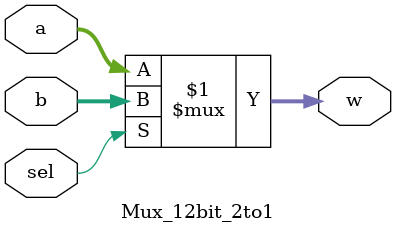
<source format=v>
module Mux_12bit_2to1(input [11:0]a,b,input sel,output [11:0]w);
	assign w=(sel)?b:a;
endmodule
</source>
